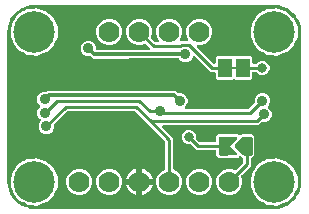
<source format=gbr>
G04 EAGLE Gerber RS-274X export*
G75*
%MOMM*%
%FSLAX34Y34*%
%LPD*%
%INBottom Copper*%
%IPPOS*%
%AMOC8*
5,1,8,0,0,1.08239X$1,22.5*%
G01*
%ADD10C,1.778000*%
%ADD11C,3.516000*%
%ADD12R,1.168400X1.600200*%
%ADD13R,0.635000X0.203200*%
%ADD14C,0.381000*%
%ADD15C,0.889000*%
%ADD16C,0.254000*%
%ADD17C,0.304800*%
%ADD18C,0.806400*%

G36*
X228622Y2543D02*
X228622Y2543D01*
X228700Y2545D01*
X232077Y2810D01*
X232145Y2824D01*
X232214Y2829D01*
X232370Y2869D01*
X238794Y4956D01*
X238901Y5006D01*
X239012Y5050D01*
X239063Y5083D01*
X239082Y5091D01*
X239097Y5104D01*
X239148Y5136D01*
X244612Y9107D01*
X244699Y9188D01*
X244746Y9227D01*
X244752Y9231D01*
X244753Y9233D01*
X244791Y9264D01*
X244829Y9310D01*
X244844Y9324D01*
X244855Y9341D01*
X244893Y9387D01*
X246586Y11717D01*
X246599Y11741D01*
X246616Y11761D01*
X246675Y11879D01*
X246739Y11996D01*
X246746Y12022D01*
X246758Y12046D01*
X246785Y12174D01*
X246799Y12185D01*
X246823Y12196D01*
X246925Y12281D01*
X247031Y12361D01*
X247048Y12382D01*
X247068Y12398D01*
X247171Y12522D01*
X248864Y14852D01*
X248921Y14956D01*
X248985Y15056D01*
X249007Y15113D01*
X249017Y15131D01*
X249022Y15151D01*
X249044Y15206D01*
X251131Y21630D01*
X251144Y21698D01*
X251167Y21764D01*
X251190Y21923D01*
X251455Y25300D01*
X251455Y25304D01*
X251456Y25307D01*
X251455Y25326D01*
X251459Y25400D01*
X251459Y152400D01*
X251457Y152422D01*
X251455Y152500D01*
X251190Y155877D01*
X251176Y155945D01*
X251171Y156014D01*
X251131Y156170D01*
X249044Y162594D01*
X248993Y162701D01*
X248950Y162812D01*
X248917Y162863D01*
X248909Y162882D01*
X248896Y162897D01*
X248864Y162948D01*
X247171Y165278D01*
X247153Y165297D01*
X247139Y165320D01*
X247044Y165413D01*
X246953Y165509D01*
X246931Y165524D01*
X246912Y165542D01*
X246798Y165608D01*
X246792Y165624D01*
X246789Y165651D01*
X246740Y165775D01*
X246697Y165900D01*
X246682Y165922D01*
X246672Y165947D01*
X246586Y166083D01*
X244893Y168413D01*
X244812Y168499D01*
X244736Y168591D01*
X244690Y168629D01*
X244676Y168644D01*
X244658Y168655D01*
X244612Y168693D01*
X239148Y172664D01*
X239044Y172721D01*
X238944Y172785D01*
X238887Y172807D01*
X238869Y172817D01*
X238849Y172822D01*
X238794Y172844D01*
X232370Y174931D01*
X232302Y174944D01*
X232236Y174967D01*
X232077Y174990D01*
X228700Y175255D01*
X228678Y175254D01*
X228600Y175259D01*
X25400Y175259D01*
X25378Y175257D01*
X25300Y175255D01*
X21923Y174990D01*
X21855Y174976D01*
X21786Y174971D01*
X21630Y174931D01*
X18892Y174041D01*
X18867Y174030D01*
X18841Y174024D01*
X18724Y173963D01*
X18604Y173906D01*
X18583Y173889D01*
X18560Y173877D01*
X18462Y173789D01*
X18445Y173788D01*
X18418Y173793D01*
X18286Y173785D01*
X18153Y173783D01*
X18128Y173775D01*
X18101Y173774D01*
X17945Y173734D01*
X15206Y172844D01*
X15099Y172794D01*
X14988Y172750D01*
X14937Y172717D01*
X14918Y172709D01*
X14903Y172696D01*
X14852Y172664D01*
X9388Y168693D01*
X9301Y168612D01*
X9209Y168536D01*
X9171Y168490D01*
X9156Y168476D01*
X9145Y168458D01*
X9107Y168412D01*
X5136Y162948D01*
X5079Y162844D01*
X5015Y162744D01*
X4993Y162687D01*
X4983Y162669D01*
X4978Y162649D01*
X4956Y162594D01*
X2869Y156170D01*
X2856Y156102D01*
X2833Y156036D01*
X2810Y155877D01*
X2545Y152500D01*
X2546Y152478D01*
X2541Y152400D01*
X2541Y25400D01*
X2543Y25378D01*
X2545Y25300D01*
X2810Y21923D01*
X2824Y21855D01*
X2829Y21786D01*
X2869Y21630D01*
X4956Y15206D01*
X5006Y15099D01*
X5050Y14988D01*
X5083Y14937D01*
X5091Y14918D01*
X5104Y14903D01*
X5136Y14852D01*
X9107Y9388D01*
X9127Y9366D01*
X9138Y9348D01*
X9184Y9305D01*
X9188Y9301D01*
X9264Y9209D01*
X9310Y9171D01*
X9324Y9156D01*
X9342Y9145D01*
X9388Y9107D01*
X14852Y5136D01*
X14956Y5079D01*
X15056Y5015D01*
X15113Y4993D01*
X15131Y4983D01*
X15151Y4978D01*
X15206Y4956D01*
X17945Y4066D01*
X17971Y4061D01*
X17996Y4051D01*
X18127Y4031D01*
X18257Y4006D01*
X18284Y4008D01*
X18310Y4004D01*
X18441Y4018D01*
X18455Y4008D01*
X18474Y3989D01*
X18585Y3917D01*
X18694Y3842D01*
X18719Y3832D01*
X18742Y3818D01*
X18892Y3759D01*
X21630Y2869D01*
X21698Y2856D01*
X21764Y2833D01*
X21923Y2810D01*
X25300Y2545D01*
X25322Y2546D01*
X25400Y2541D01*
X228600Y2541D01*
X228622Y2543D01*
G37*
%LPC*%
G36*
X137527Y14477D02*
X137527Y14477D01*
X133513Y16140D01*
X130440Y19213D01*
X128777Y23227D01*
X128777Y27573D01*
X130440Y31587D01*
X133513Y34660D01*
X135614Y35530D01*
X135639Y35545D01*
X135667Y35554D01*
X135777Y35623D01*
X135890Y35688D01*
X135911Y35708D01*
X135936Y35724D01*
X136025Y35819D01*
X136118Y35909D01*
X136134Y35934D01*
X136154Y35956D01*
X136217Y36069D01*
X136285Y36180D01*
X136293Y36208D01*
X136308Y36234D01*
X136340Y36360D01*
X136378Y36484D01*
X136380Y36513D01*
X136387Y36542D01*
X136397Y36703D01*
X136397Y59066D01*
X136385Y59164D01*
X136382Y59263D01*
X136365Y59322D01*
X136357Y59382D01*
X136321Y59474D01*
X136293Y59569D01*
X136263Y59621D01*
X136240Y59677D01*
X136182Y59757D01*
X136132Y59843D01*
X136066Y59918D01*
X136054Y59935D01*
X136044Y59943D01*
X136026Y59964D01*
X110764Y85226D01*
X110685Y85286D01*
X110613Y85354D01*
X110560Y85383D01*
X110512Y85420D01*
X110421Y85460D01*
X110335Y85508D01*
X110276Y85523D01*
X110221Y85547D01*
X110123Y85562D01*
X110027Y85587D01*
X109927Y85593D01*
X109906Y85597D01*
X109894Y85595D01*
X109866Y85597D01*
X53964Y85597D01*
X53866Y85585D01*
X53767Y85582D01*
X53708Y85565D01*
X53648Y85557D01*
X53556Y85521D01*
X53461Y85493D01*
X53409Y85463D01*
X53353Y85440D01*
X53273Y85382D01*
X53187Y85332D01*
X53112Y85266D01*
X53095Y85254D01*
X53087Y85244D01*
X53066Y85226D01*
X42409Y74569D01*
X42349Y74490D01*
X42281Y74418D01*
X42252Y74365D01*
X42215Y74317D01*
X42175Y74226D01*
X42127Y74140D01*
X42112Y74081D01*
X42088Y74026D01*
X42073Y73928D01*
X42048Y73832D01*
X42042Y73732D01*
X42038Y73711D01*
X42040Y73699D01*
X42038Y73671D01*
X42038Y71101D01*
X41052Y68721D01*
X39229Y66898D01*
X36849Y65912D01*
X34271Y65912D01*
X31891Y66898D01*
X30068Y68721D01*
X29082Y71101D01*
X29082Y73679D01*
X30068Y76059D01*
X30582Y76573D01*
X30655Y76667D01*
X30733Y76756D01*
X30752Y76792D01*
X30777Y76824D01*
X30824Y76933D01*
X30878Y77039D01*
X30887Y77078D01*
X30903Y77116D01*
X30922Y77233D01*
X30948Y77349D01*
X30946Y77390D01*
X30953Y77430D01*
X30942Y77548D01*
X30938Y77667D01*
X30927Y77706D01*
X30923Y77746D01*
X30883Y77858D01*
X30850Y77973D01*
X30829Y78008D01*
X30815Y78046D01*
X30748Y78144D01*
X30688Y78247D01*
X30648Y78292D01*
X30637Y78309D01*
X30621Y78322D01*
X30582Y78368D01*
X28798Y80151D01*
X27812Y82531D01*
X27812Y85109D01*
X28798Y87489D01*
X29947Y88637D01*
X30020Y88732D01*
X30098Y88821D01*
X30117Y88857D01*
X30142Y88889D01*
X30189Y88998D01*
X30243Y89104D01*
X30252Y89143D01*
X30268Y89181D01*
X30287Y89298D01*
X30313Y89414D01*
X30311Y89455D01*
X30318Y89495D01*
X30307Y89613D01*
X30303Y89732D01*
X30292Y89771D01*
X30288Y89811D01*
X30248Y89924D01*
X30215Y90038D01*
X30194Y90072D01*
X30180Y90111D01*
X30113Y90209D01*
X30053Y90312D01*
X30013Y90357D01*
X30002Y90374D01*
X29986Y90387D01*
X29947Y90432D01*
X28798Y91581D01*
X27812Y93961D01*
X27812Y96539D01*
X28798Y98919D01*
X30621Y100742D01*
X33001Y101728D01*
X35212Y101728D01*
X35310Y101740D01*
X35409Y101743D01*
X35467Y101760D01*
X35528Y101768D01*
X35620Y101804D01*
X35715Y101832D01*
X35767Y101862D01*
X35823Y101885D01*
X35903Y101943D01*
X35989Y101993D01*
X36064Y102059D01*
X36081Y102071D01*
X36088Y102081D01*
X36110Y102099D01*
X36373Y102363D01*
X145237Y102363D01*
X146770Y100829D01*
X146849Y100769D01*
X146921Y100701D01*
X146974Y100672D01*
X147022Y100635D01*
X147113Y100595D01*
X147199Y100547D01*
X147258Y100532D01*
X147314Y100508D01*
X147412Y100493D01*
X147507Y100468D01*
X147607Y100462D01*
X147628Y100458D01*
X147640Y100460D01*
X147668Y100458D01*
X149879Y100458D01*
X152259Y99472D01*
X154082Y97649D01*
X155068Y95269D01*
X155068Y92691D01*
X154082Y90311D01*
X153060Y89289D01*
X152976Y89180D01*
X152886Y89073D01*
X152878Y89054D01*
X152865Y89038D01*
X152810Y88911D01*
X152751Y88785D01*
X152747Y88765D01*
X152739Y88746D01*
X152717Y88608D01*
X152691Y88472D01*
X152692Y88452D01*
X152689Y88432D01*
X152702Y88293D01*
X152711Y88155D01*
X152717Y88136D01*
X152719Y88116D01*
X152766Y87984D01*
X152809Y87853D01*
X152820Y87835D01*
X152827Y87816D01*
X152905Y87701D01*
X152979Y87584D01*
X152994Y87570D01*
X153005Y87553D01*
X153109Y87461D01*
X153211Y87366D01*
X153229Y87356D01*
X153244Y87343D01*
X153367Y87280D01*
X153489Y87212D01*
X153509Y87207D01*
X153527Y87198D01*
X153663Y87168D01*
X153797Y87133D01*
X153825Y87131D01*
X153837Y87128D01*
X153858Y87129D01*
X153958Y87123D01*
X206386Y87123D01*
X206484Y87135D01*
X206583Y87138D01*
X206642Y87155D01*
X206702Y87163D01*
X206794Y87199D01*
X206889Y87227D01*
X206941Y87257D01*
X206997Y87280D01*
X207078Y87338D01*
X207163Y87388D01*
X207238Y87454D01*
X207255Y87466D01*
X207263Y87476D01*
X207284Y87494D01*
X211591Y91801D01*
X211651Y91880D01*
X211719Y91952D01*
X211748Y92005D01*
X211785Y92053D01*
X211825Y92144D01*
X211873Y92230D01*
X211888Y92289D01*
X211912Y92344D01*
X211927Y92442D01*
X211952Y92538D01*
X211958Y92638D01*
X211962Y92659D01*
X211960Y92671D01*
X211962Y92699D01*
X211962Y95269D01*
X212948Y97649D01*
X214771Y99472D01*
X217151Y100458D01*
X219729Y100458D01*
X222109Y99472D01*
X223932Y97649D01*
X224918Y95269D01*
X224918Y92691D01*
X223932Y90311D01*
X223418Y89798D01*
X223346Y89704D01*
X223267Y89614D01*
X223248Y89578D01*
X223223Y89546D01*
X223176Y89437D01*
X223122Y89331D01*
X223113Y89292D01*
X223097Y89254D01*
X223078Y89137D01*
X223052Y89021D01*
X223054Y88980D01*
X223047Y88940D01*
X223058Y88822D01*
X223062Y88703D01*
X223073Y88664D01*
X223077Y88624D01*
X223117Y88512D01*
X223150Y88397D01*
X223171Y88362D01*
X223185Y88324D01*
X223251Y88226D01*
X223312Y88123D01*
X223352Y88078D01*
X223363Y88061D01*
X223379Y88048D01*
X223418Y88003D01*
X225202Y86219D01*
X226188Y83839D01*
X226188Y81261D01*
X225202Y78881D01*
X223379Y77058D01*
X220999Y76072D01*
X218429Y76072D01*
X218331Y76060D01*
X218232Y76057D01*
X218173Y76040D01*
X218113Y76032D01*
X218021Y75996D01*
X217926Y75968D01*
X217874Y75938D01*
X217818Y75915D01*
X217738Y75857D01*
X217652Y75807D01*
X217577Y75741D01*
X217560Y75729D01*
X217552Y75719D01*
X217531Y75701D01*
X215363Y73532D01*
X134863Y73532D01*
X134725Y73515D01*
X134586Y73502D01*
X134567Y73495D01*
X134547Y73492D01*
X134418Y73441D01*
X134287Y73394D01*
X134270Y73383D01*
X134252Y73375D01*
X134139Y73294D01*
X134024Y73216D01*
X134011Y73200D01*
X133994Y73189D01*
X133906Y73081D01*
X133813Y72977D01*
X133804Y72959D01*
X133791Y72944D01*
X133732Y72818D01*
X133669Y72694D01*
X133664Y72674D01*
X133656Y72656D01*
X133630Y72520D01*
X133599Y72384D01*
X133600Y72363D01*
X133596Y72344D01*
X133605Y72205D01*
X133609Y72066D01*
X133615Y72046D01*
X133616Y72026D01*
X133659Y71894D01*
X133697Y71760D01*
X133708Y71743D01*
X133714Y71724D01*
X133788Y71606D01*
X133859Y71486D01*
X133877Y71465D01*
X133884Y71455D01*
X133899Y71441D01*
X133965Y71366D01*
X143003Y62328D01*
X143003Y36703D01*
X143006Y36673D01*
X143004Y36644D01*
X143026Y36516D01*
X143043Y36387D01*
X143053Y36360D01*
X143058Y36331D01*
X143112Y36212D01*
X143160Y36091D01*
X143177Y36068D01*
X143189Y36041D01*
X143270Y35939D01*
X143346Y35834D01*
X143369Y35815D01*
X143388Y35792D01*
X143491Y35714D01*
X143591Y35631D01*
X143618Y35619D01*
X143642Y35601D01*
X143786Y35530D01*
X145887Y34660D01*
X148960Y31587D01*
X150623Y27573D01*
X150623Y23227D01*
X148960Y19213D01*
X145887Y16140D01*
X141873Y14477D01*
X137527Y14477D01*
G37*
%LPD*%
%LPC*%
G36*
X180006Y111886D02*
X180006Y111886D01*
X178815Y113077D01*
X178815Y117348D01*
X178800Y117466D01*
X178793Y117585D01*
X178780Y117623D01*
X178775Y117664D01*
X178732Y117774D01*
X178695Y117887D01*
X178673Y117922D01*
X178658Y117959D01*
X178589Y118055D01*
X178525Y118156D01*
X178495Y118184D01*
X178472Y118217D01*
X178380Y118293D01*
X178293Y118374D01*
X178258Y118394D01*
X178227Y118419D01*
X178119Y118470D01*
X178015Y118528D01*
X177975Y118538D01*
X177939Y118555D01*
X177822Y118577D01*
X177707Y118607D01*
X177647Y118611D01*
X177627Y118615D01*
X177606Y118613D01*
X177546Y118617D01*
X174468Y118617D01*
X172161Y120924D01*
X161465Y131620D01*
X161426Y131651D01*
X161392Y131687D01*
X161300Y131748D01*
X161214Y131815D01*
X161168Y131835D01*
X161126Y131862D01*
X161023Y131898D01*
X160922Y131942D01*
X160873Y131949D01*
X160826Y131965D01*
X160716Y131974D01*
X160608Y131991D01*
X160558Y131987D01*
X160509Y131991D01*
X160401Y131972D01*
X160291Y131962D01*
X160244Y131945D01*
X160195Y131936D01*
X160095Y131891D01*
X159992Y131854D01*
X159951Y131826D01*
X159905Y131806D01*
X159819Y131737D01*
X159729Y131675D01*
X159696Y131638D01*
X159657Y131607D01*
X159591Y131519D01*
X159518Y131437D01*
X159495Y131393D01*
X159466Y131353D01*
X159395Y131208D01*
X158815Y129808D01*
X156992Y127985D01*
X154611Y126999D01*
X152034Y126999D01*
X149654Y127985D01*
X148091Y129549D01*
X148012Y129609D01*
X147940Y129677D01*
X147887Y129706D01*
X147839Y129743D01*
X147748Y129783D01*
X147662Y129831D01*
X147603Y129846D01*
X147547Y129870D01*
X147449Y129885D01*
X147354Y129910D01*
X147254Y129916D01*
X147233Y129920D01*
X147221Y129918D01*
X147193Y129920D01*
X105792Y129920D01*
X105694Y129908D01*
X105595Y129905D01*
X105536Y129888D01*
X105476Y129880D01*
X105384Y129844D01*
X105289Y129816D01*
X105250Y129793D01*
X74727Y129793D01*
X72940Y131581D01*
X72861Y131641D01*
X72789Y131709D01*
X72736Y131738D01*
X72688Y131775D01*
X72597Y131815D01*
X72511Y131863D01*
X72452Y131878D01*
X72396Y131902D01*
X72298Y131917D01*
X72203Y131942D01*
X72103Y131948D01*
X72082Y131952D01*
X72070Y131950D01*
X72042Y131952D01*
X69831Y131952D01*
X67451Y132938D01*
X65628Y134761D01*
X64642Y137141D01*
X64642Y139719D01*
X65628Y142099D01*
X67451Y143922D01*
X69831Y144908D01*
X72409Y144908D01*
X74789Y143922D01*
X76612Y142099D01*
X77598Y139719D01*
X77598Y138176D01*
X77613Y138058D01*
X77620Y137939D01*
X77633Y137901D01*
X77638Y137860D01*
X77681Y137750D01*
X77718Y137637D01*
X77740Y137602D01*
X77755Y137565D01*
X77824Y137469D01*
X77888Y137368D01*
X77918Y137340D01*
X77941Y137307D01*
X78033Y137231D01*
X78120Y137150D01*
X78155Y137130D01*
X78186Y137105D01*
X78294Y137054D01*
X78398Y136996D01*
X78438Y136986D01*
X78474Y136969D01*
X78591Y136947D01*
X78706Y136917D01*
X78766Y136913D01*
X78786Y136909D01*
X78807Y136911D01*
X78867Y136907D01*
X101667Y136907D01*
X101765Y136919D01*
X101864Y136922D01*
X101922Y136939D01*
X101982Y136947D01*
X102075Y136983D01*
X102170Y137011D01*
X102209Y137034D01*
X121931Y137034D01*
X122069Y137051D01*
X122208Y137064D01*
X122227Y137071D01*
X122247Y137074D01*
X122376Y137125D01*
X122507Y137172D01*
X122524Y137183D01*
X122542Y137191D01*
X122655Y137272D01*
X122770Y137350D01*
X122783Y137366D01*
X122800Y137377D01*
X122889Y137485D01*
X122981Y137589D01*
X122990Y137607D01*
X123003Y137622D01*
X123062Y137748D01*
X123125Y137872D01*
X123130Y137892D01*
X123138Y137910D01*
X123164Y138046D01*
X123195Y138182D01*
X123194Y138203D01*
X123198Y138222D01*
X123189Y138361D01*
X123185Y138500D01*
X123179Y138520D01*
X123178Y138540D01*
X123135Y138672D01*
X123097Y138806D01*
X123086Y138823D01*
X123080Y138842D01*
X123006Y138960D01*
X122935Y139080D01*
X122917Y139101D01*
X122910Y139111D01*
X122895Y139125D01*
X122829Y139200D01*
X119957Y142072D01*
X119933Y142091D01*
X119914Y142113D01*
X119808Y142188D01*
X119706Y142267D01*
X119678Y142279D01*
X119654Y142296D01*
X119533Y142342D01*
X119414Y142394D01*
X119385Y142398D01*
X119357Y142409D01*
X119228Y142423D01*
X119100Y142444D01*
X119070Y142441D01*
X119041Y142444D01*
X118912Y142426D01*
X118783Y142414D01*
X118755Y142404D01*
X118726Y142400D01*
X118574Y142348D01*
X116473Y141477D01*
X112127Y141477D01*
X108113Y143140D01*
X105040Y146213D01*
X103377Y150227D01*
X103377Y154573D01*
X105040Y158587D01*
X108113Y161660D01*
X112127Y163323D01*
X116473Y163323D01*
X120487Y161660D01*
X123560Y158587D01*
X125223Y154573D01*
X125223Y150227D01*
X124352Y148126D01*
X124345Y148098D01*
X124331Y148072D01*
X124303Y147944D01*
X124269Y147820D01*
X124268Y147790D01*
X124262Y147761D01*
X124266Y147632D01*
X124263Y147502D01*
X124270Y147473D01*
X124271Y147443D01*
X124307Y147319D01*
X124338Y147192D01*
X124351Y147166D01*
X124360Y147138D01*
X124426Y147026D01*
X124486Y146911D01*
X124506Y146889D01*
X124521Y146864D01*
X124628Y146743D01*
X127488Y143882D01*
X127567Y143822D01*
X127639Y143754D01*
X127692Y143725D01*
X127740Y143688D01*
X127831Y143648D01*
X127917Y143600D01*
X127976Y143585D01*
X128031Y143561D01*
X128129Y143546D01*
X128225Y143521D01*
X128325Y143515D01*
X128346Y143511D01*
X128358Y143513D01*
X128386Y143511D01*
X130078Y143511D01*
X130216Y143528D01*
X130354Y143541D01*
X130373Y143548D01*
X130394Y143551D01*
X130523Y143602D01*
X130654Y143649D01*
X130670Y143660D01*
X130689Y143668D01*
X130802Y143749D01*
X130917Y143827D01*
X130930Y143843D01*
X130947Y143854D01*
X131035Y143962D01*
X131127Y144066D01*
X131136Y144084D01*
X131149Y144099D01*
X131209Y144225D01*
X131272Y144349D01*
X131276Y144369D01*
X131285Y144387D01*
X131311Y144524D01*
X131341Y144659D01*
X131341Y144680D01*
X131345Y144699D01*
X131336Y144838D01*
X131332Y144977D01*
X131326Y144997D01*
X131325Y145017D01*
X131282Y145149D01*
X131243Y145283D01*
X131233Y145300D01*
X131227Y145319D01*
X131153Y145437D01*
X131082Y145557D01*
X131063Y145578D01*
X131057Y145588D01*
X131042Y145602D01*
X130975Y145677D01*
X130440Y146213D01*
X128777Y150227D01*
X128777Y154573D01*
X130440Y158587D01*
X133513Y161660D01*
X137527Y163323D01*
X141873Y163323D01*
X145887Y161660D01*
X148960Y158587D01*
X150623Y154573D01*
X150623Y150227D01*
X148988Y146282D01*
X148975Y146234D01*
X148954Y146189D01*
X148933Y146081D01*
X148904Y145975D01*
X148904Y145925D01*
X148894Y145876D01*
X148901Y145767D01*
X148899Y145657D01*
X148911Y145609D01*
X148914Y145559D01*
X148948Y145455D01*
X148974Y145348D01*
X148997Y145304D01*
X149012Y145257D01*
X149071Y145164D01*
X149122Y145067D01*
X149156Y145030D01*
X149182Y144988D01*
X149262Y144913D01*
X149336Y144831D01*
X149378Y144804D01*
X149414Y144770D01*
X149510Y144717D01*
X149602Y144657D01*
X149649Y144640D01*
X149692Y144616D01*
X149799Y144589D01*
X149903Y144553D01*
X149952Y144549D01*
X150000Y144537D01*
X150161Y144527D01*
X154639Y144527D01*
X154688Y144533D01*
X154738Y144531D01*
X154845Y144553D01*
X154955Y144567D01*
X155001Y144585D01*
X155049Y144595D01*
X155148Y144643D01*
X155250Y144684D01*
X155290Y144713D01*
X155335Y144735D01*
X155419Y144806D01*
X155508Y144870D01*
X155539Y144909D01*
X155577Y144941D01*
X155640Y145031D01*
X155710Y145115D01*
X155732Y145160D01*
X155760Y145201D01*
X155799Y145304D01*
X155846Y145403D01*
X155855Y145452D01*
X155873Y145498D01*
X155885Y145608D01*
X155906Y145715D01*
X155903Y145765D01*
X155908Y145814D01*
X155893Y145923D01*
X155886Y146033D01*
X155871Y146080D01*
X155864Y146129D01*
X155812Y146282D01*
X154177Y150227D01*
X154177Y154573D01*
X155840Y158587D01*
X158913Y161660D01*
X162927Y163323D01*
X167273Y163323D01*
X171287Y161660D01*
X174360Y158587D01*
X176023Y154573D01*
X176023Y150227D01*
X174360Y146213D01*
X171287Y143140D01*
X167273Y141477D01*
X164014Y141477D01*
X163876Y141460D01*
X163737Y141447D01*
X163718Y141440D01*
X163698Y141437D01*
X163569Y141386D01*
X163438Y141339D01*
X163421Y141328D01*
X163402Y141320D01*
X163290Y141239D01*
X163175Y141161D01*
X163161Y141145D01*
X163145Y141134D01*
X163056Y141026D01*
X162964Y140922D01*
X162955Y140904D01*
X162942Y140889D01*
X162883Y140763D01*
X162820Y140639D01*
X162815Y140619D01*
X162807Y140601D01*
X162781Y140465D01*
X162750Y140329D01*
X162751Y140308D01*
X162747Y140289D01*
X162756Y140150D01*
X162760Y140011D01*
X162765Y139991D01*
X162767Y139971D01*
X162809Y139839D01*
X162848Y139705D01*
X162858Y139688D01*
X162865Y139669D01*
X162939Y139551D01*
X163010Y139431D01*
X163028Y139410D01*
X163035Y139400D01*
X163050Y139386D01*
X163116Y139311D01*
X176649Y125778D01*
X176758Y125693D01*
X176865Y125604D01*
X176884Y125596D01*
X176900Y125583D01*
X177028Y125528D01*
X177153Y125469D01*
X177173Y125465D01*
X177192Y125457D01*
X177330Y125435D01*
X177466Y125409D01*
X177486Y125410D01*
X177506Y125407D01*
X177645Y125420D01*
X177783Y125429D01*
X177802Y125435D01*
X177822Y125437D01*
X177954Y125484D01*
X178085Y125527D01*
X178103Y125538D01*
X178122Y125544D01*
X178237Y125622D01*
X178354Y125697D01*
X178368Y125712D01*
X178385Y125723D01*
X178477Y125827D01*
X178572Y125928D01*
X178582Y125946D01*
X178595Y125961D01*
X178659Y126085D01*
X178726Y126207D01*
X178731Y126227D01*
X178740Y126245D01*
X178770Y126380D01*
X178805Y126515D01*
X178807Y126543D01*
X178810Y126555D01*
X178809Y126575D01*
X178815Y126676D01*
X178815Y130763D01*
X180006Y131954D01*
X193374Y131954D01*
X193412Y131915D01*
X193507Y131842D01*
X193596Y131763D01*
X193632Y131745D01*
X193664Y131720D01*
X193773Y131673D01*
X193879Y131619D01*
X193919Y131610D01*
X193956Y131594D01*
X194073Y131575D01*
X194189Y131549D01*
X194230Y131550D01*
X194270Y131544D01*
X194388Y131555D01*
X194507Y131559D01*
X194546Y131570D01*
X194586Y131574D01*
X194699Y131614D01*
X194813Y131647D01*
X194847Y131668D01*
X194886Y131681D01*
X194984Y131748D01*
X195087Y131809D01*
X195132Y131849D01*
X195149Y131860D01*
X195162Y131875D01*
X195207Y131915D01*
X195246Y131954D01*
X208614Y131954D01*
X209805Y130763D01*
X209805Y126492D01*
X209820Y126374D01*
X209827Y126255D01*
X209840Y126217D01*
X209845Y126176D01*
X209888Y126066D01*
X209925Y125953D01*
X209947Y125918D01*
X209962Y125881D01*
X210031Y125785D01*
X210095Y125684D01*
X210125Y125656D01*
X210148Y125623D01*
X210240Y125547D01*
X210327Y125466D01*
X210362Y125446D01*
X210393Y125421D01*
X210501Y125370D01*
X210605Y125312D01*
X210645Y125302D01*
X210681Y125285D01*
X210798Y125263D01*
X210913Y125233D01*
X210973Y125229D01*
X210993Y125225D01*
X211014Y125227D01*
X211074Y125223D01*
X212640Y125223D01*
X212738Y125235D01*
X212837Y125238D01*
X212896Y125255D01*
X212956Y125263D01*
X213048Y125299D01*
X213143Y125327D01*
X213195Y125357D01*
X213251Y125380D01*
X213331Y125438D01*
X213417Y125488D01*
X213492Y125554D01*
X213509Y125566D01*
X213516Y125576D01*
X213538Y125594D01*
X215005Y127061D01*
X217234Y127985D01*
X219646Y127985D01*
X221875Y127061D01*
X223581Y125355D01*
X224505Y123126D01*
X224505Y120714D01*
X223581Y118485D01*
X221875Y116779D01*
X219646Y115855D01*
X217234Y115855D01*
X215005Y116779D01*
X213538Y118246D01*
X213459Y118306D01*
X213387Y118374D01*
X213334Y118403D01*
X213286Y118440D01*
X213195Y118480D01*
X213109Y118528D01*
X213050Y118543D01*
X212995Y118567D01*
X212897Y118582D01*
X212801Y118607D01*
X212701Y118613D01*
X212680Y118617D01*
X212668Y118615D01*
X212640Y118617D01*
X211074Y118617D01*
X210956Y118602D01*
X210837Y118595D01*
X210799Y118582D01*
X210758Y118577D01*
X210648Y118534D01*
X210535Y118497D01*
X210500Y118475D01*
X210463Y118460D01*
X210367Y118391D01*
X210266Y118327D01*
X210238Y118297D01*
X210205Y118274D01*
X210129Y118182D01*
X210048Y118095D01*
X210028Y118060D01*
X210003Y118029D01*
X209952Y117921D01*
X209894Y117817D01*
X209884Y117777D01*
X209867Y117741D01*
X209845Y117624D01*
X209815Y117509D01*
X209811Y117449D01*
X209807Y117429D01*
X209809Y117408D01*
X209805Y117348D01*
X209805Y113077D01*
X208614Y111886D01*
X195246Y111886D01*
X195207Y111925D01*
X195113Y111998D01*
X195024Y112077D01*
X194988Y112095D01*
X194956Y112120D01*
X194847Y112167D01*
X194741Y112221D01*
X194701Y112230D01*
X194664Y112246D01*
X194547Y112265D01*
X194431Y112291D01*
X194390Y112290D01*
X194350Y112296D01*
X194231Y112285D01*
X194113Y112281D01*
X194074Y112270D01*
X194034Y112266D01*
X193922Y112226D01*
X193807Y112193D01*
X193772Y112172D01*
X193734Y112159D01*
X193636Y112092D01*
X193533Y112031D01*
X193488Y111991D01*
X193471Y111980D01*
X193458Y111965D01*
X193412Y111925D01*
X193374Y111886D01*
X180006Y111886D01*
G37*
%LPD*%
%LPC*%
G36*
X188327Y14477D02*
X188327Y14477D01*
X184313Y16140D01*
X181240Y19213D01*
X179577Y23227D01*
X179577Y27573D01*
X181240Y31587D01*
X184313Y34660D01*
X188327Y36323D01*
X192673Y36323D01*
X194774Y35452D01*
X194802Y35445D01*
X194828Y35431D01*
X194955Y35403D01*
X195080Y35369D01*
X195110Y35368D01*
X195139Y35362D01*
X195268Y35366D01*
X195398Y35363D01*
X195427Y35370D01*
X195457Y35371D01*
X195581Y35407D01*
X195708Y35438D01*
X195734Y35451D01*
X195762Y35460D01*
X195874Y35525D01*
X195989Y35586D01*
X196011Y35606D01*
X196036Y35621D01*
X196157Y35728D01*
X202066Y41636D01*
X202126Y41715D01*
X202194Y41787D01*
X202223Y41840D01*
X202260Y41888D01*
X202300Y41979D01*
X202348Y42065D01*
X202363Y42124D01*
X202387Y42179D01*
X202402Y42277D01*
X202427Y42373D01*
X202433Y42473D01*
X202437Y42494D01*
X202435Y42506D01*
X202437Y42534D01*
X202437Y44696D01*
X202422Y44814D01*
X202415Y44933D01*
X202402Y44971D01*
X202397Y45012D01*
X202354Y45122D01*
X202317Y45235D01*
X202295Y45270D01*
X202280Y45307D01*
X202211Y45403D01*
X202147Y45504D01*
X202117Y45532D01*
X202094Y45565D01*
X202002Y45641D01*
X201915Y45722D01*
X201880Y45742D01*
X201849Y45767D01*
X201741Y45818D01*
X201637Y45876D01*
X201617Y45881D01*
X200474Y47024D01*
X200389Y47089D01*
X200310Y47162D01*
X200264Y47187D01*
X200222Y47219D01*
X200124Y47261D01*
X200030Y47312D01*
X199979Y47324D01*
X199931Y47345D01*
X199825Y47362D01*
X199721Y47387D01*
X199668Y47387D01*
X199617Y47395D01*
X199510Y47385D01*
X199403Y47384D01*
X199352Y47370D01*
X199300Y47365D01*
X199199Y47329D01*
X199096Y47301D01*
X199050Y47275D01*
X199001Y47257D01*
X198912Y47197D01*
X198819Y47145D01*
X198756Y47091D01*
X198737Y47079D01*
X198727Y47067D01*
X198696Y47041D01*
X198494Y46847D01*
X198490Y46841D01*
X198477Y46830D01*
X197589Y45941D01*
X196333Y45965D01*
X196326Y45964D01*
X196309Y45965D01*
X181387Y45965D01*
X179601Y47751D01*
X179601Y47984D01*
X179589Y48082D01*
X179586Y48181D01*
X179577Y48211D01*
X179577Y51308D01*
X179562Y51426D01*
X179555Y51545D01*
X179542Y51583D01*
X179537Y51624D01*
X179494Y51734D01*
X179457Y51847D01*
X179435Y51882D01*
X179420Y51919D01*
X179351Y52015D01*
X179287Y52116D01*
X179257Y52144D01*
X179234Y52177D01*
X179142Y52253D01*
X179055Y52334D01*
X179020Y52354D01*
X178989Y52379D01*
X178881Y52430D01*
X178777Y52488D01*
X178737Y52498D01*
X178701Y52515D01*
X178584Y52537D01*
X178469Y52567D01*
X178409Y52571D01*
X178389Y52575D01*
X178368Y52573D01*
X178308Y52577D01*
X162462Y52577D01*
X157976Y57064D01*
X157897Y57124D01*
X157825Y57192D01*
X157772Y57221D01*
X157724Y57258D01*
X157633Y57298D01*
X157547Y57346D01*
X157488Y57361D01*
X157433Y57385D01*
X157335Y57400D01*
X157239Y57425D01*
X157139Y57431D01*
X157118Y57435D01*
X157106Y57433D01*
X157078Y57435D01*
X155004Y57435D01*
X152775Y58359D01*
X151069Y60065D01*
X150145Y62294D01*
X150145Y64706D01*
X151069Y66935D01*
X152775Y68641D01*
X155004Y69565D01*
X157416Y69565D01*
X159645Y68641D01*
X161351Y66935D01*
X162275Y64706D01*
X162275Y62632D01*
X162287Y62534D01*
X162290Y62435D01*
X162307Y62376D01*
X162315Y62316D01*
X162351Y62224D01*
X162379Y62129D01*
X162409Y62077D01*
X162432Y62021D01*
X162490Y61941D01*
X162540Y61855D01*
X162606Y61780D01*
X162618Y61763D01*
X162628Y61755D01*
X162646Y61734D01*
X164826Y59554D01*
X164905Y59494D01*
X164977Y59426D01*
X165030Y59397D01*
X165078Y59360D01*
X165169Y59320D01*
X165255Y59272D01*
X165314Y59257D01*
X165369Y59233D01*
X165467Y59218D01*
X165563Y59193D01*
X165663Y59187D01*
X165684Y59183D01*
X165696Y59185D01*
X165724Y59183D01*
X178308Y59183D01*
X178426Y59198D01*
X178545Y59205D01*
X178583Y59218D01*
X178624Y59223D01*
X178734Y59266D01*
X178847Y59303D01*
X178882Y59325D01*
X178919Y59340D01*
X179015Y59409D01*
X179116Y59473D01*
X179144Y59503D01*
X179177Y59526D01*
X179253Y59618D01*
X179334Y59705D01*
X179354Y59740D01*
X179379Y59771D01*
X179430Y59879D01*
X179488Y59983D01*
X179498Y60023D01*
X179515Y60059D01*
X179537Y60176D01*
X179567Y60291D01*
X179571Y60351D01*
X179575Y60371D01*
X179573Y60392D01*
X179577Y60452D01*
X179577Y63562D01*
X179591Y63615D01*
X179597Y63715D01*
X179601Y63736D01*
X179599Y63748D01*
X179601Y63776D01*
X179601Y64009D01*
X181387Y65795D01*
X196309Y65795D01*
X196317Y65796D01*
X196333Y65795D01*
X197589Y65819D01*
X198420Y64988D01*
X198532Y64901D01*
X198643Y64810D01*
X198658Y64803D01*
X198671Y64793D01*
X198802Y64736D01*
X198932Y64676D01*
X198948Y64673D01*
X198963Y64666D01*
X199104Y64644D01*
X199244Y64618D01*
X199261Y64619D01*
X199277Y64617D01*
X199419Y64630D01*
X199562Y64640D01*
X199577Y64645D01*
X199594Y64646D01*
X199728Y64695D01*
X199864Y64740D01*
X199877Y64748D01*
X199893Y64754D01*
X200011Y64834D01*
X200131Y64911D01*
X200148Y64927D01*
X200156Y64933D01*
X200168Y64947D01*
X200248Y65022D01*
X200964Y65795D01*
X202213Y65795D01*
X202227Y65797D01*
X202261Y65796D01*
X203642Y65848D01*
X203681Y65833D01*
X203755Y65824D01*
X203828Y65805D01*
X203989Y65795D01*
X209773Y65795D01*
X211559Y64009D01*
X211559Y63776D01*
X211571Y63678D01*
X211574Y63579D01*
X211583Y63549D01*
X211583Y48198D01*
X211569Y48145D01*
X211563Y48045D01*
X211559Y48024D01*
X211561Y48012D01*
X211559Y47984D01*
X211559Y47751D01*
X209414Y45607D01*
X209354Y45529D01*
X209286Y45457D01*
X209257Y45404D01*
X209220Y45356D01*
X209180Y45265D01*
X209132Y45178D01*
X209117Y45119D01*
X209093Y45064D01*
X209078Y44966D01*
X209053Y44870D01*
X209047Y44770D01*
X209043Y44750D01*
X209045Y44737D01*
X209043Y44709D01*
X209043Y39272D01*
X200828Y31057D01*
X200809Y31033D01*
X200787Y31014D01*
X200712Y30908D01*
X200633Y30806D01*
X200621Y30778D01*
X200604Y30754D01*
X200558Y30633D01*
X200506Y30514D01*
X200502Y30485D01*
X200491Y30457D01*
X200477Y30328D01*
X200456Y30200D01*
X200459Y30170D01*
X200456Y30141D01*
X200474Y30012D01*
X200486Y29883D01*
X200496Y29855D01*
X200500Y29826D01*
X200552Y29674D01*
X201423Y27573D01*
X201423Y23227D01*
X199760Y19213D01*
X196687Y16140D01*
X192673Y14477D01*
X188327Y14477D01*
G37*
%LPD*%
%LPC*%
G36*
X226876Y5780D02*
X226876Y5780D01*
X226858Y5780D01*
X226743Y5787D01*
X224699Y5787D01*
X224151Y6014D01*
X224052Y6041D01*
X223957Y6077D01*
X223865Y6092D01*
X223844Y6098D01*
X223831Y6098D01*
X223798Y6104D01*
X222379Y6253D01*
X219415Y7964D01*
X219413Y7965D01*
X219410Y7967D01*
X219266Y8038D01*
X217490Y8773D01*
X216893Y9370D01*
X216826Y9422D01*
X216765Y9483D01*
X216651Y9558D01*
X216642Y9565D01*
X216638Y9567D01*
X216631Y9572D01*
X215129Y10439D01*
X213339Y12903D01*
X213326Y12917D01*
X213316Y12933D01*
X213209Y13054D01*
X211973Y14290D01*
X211557Y15296D01*
X211522Y15356D01*
X211497Y15420D01*
X211411Y15556D01*
X210208Y17211D01*
X209647Y19849D01*
X209636Y19883D01*
X209631Y19919D01*
X209579Y20071D01*
X208987Y21499D01*
X208987Y22822D01*
X208981Y22874D01*
X208983Y22926D01*
X208960Y23086D01*
X208468Y25400D01*
X208960Y27714D01*
X208964Y27767D01*
X208977Y27817D01*
X208987Y27978D01*
X208987Y29301D01*
X209579Y30729D01*
X209588Y30763D01*
X209604Y30795D01*
X209647Y30951D01*
X210208Y33589D01*
X211411Y35244D01*
X211444Y35305D01*
X211486Y35360D01*
X211557Y35504D01*
X211973Y36510D01*
X213209Y37746D01*
X213221Y37761D01*
X213236Y37773D01*
X213339Y37897D01*
X215129Y40361D01*
X216631Y41228D01*
X216699Y41280D01*
X216773Y41324D01*
X216875Y41414D01*
X216884Y41421D01*
X216887Y41424D01*
X216893Y41430D01*
X217490Y42027D01*
X219266Y42762D01*
X219268Y42764D01*
X219271Y42764D01*
X219415Y42836D01*
X222379Y44547D01*
X223798Y44696D01*
X223898Y44720D01*
X223999Y44734D01*
X224087Y44764D01*
X224108Y44769D01*
X224120Y44775D01*
X224151Y44786D01*
X224699Y45013D01*
X226743Y45013D01*
X226760Y45015D01*
X226876Y45020D01*
X230704Y45422D01*
X231773Y45075D01*
X231890Y45053D01*
X232005Y45023D01*
X232065Y45019D01*
X232085Y45015D01*
X232106Y45017D01*
X232165Y45013D01*
X232501Y45013D01*
X234409Y44223D01*
X234430Y44217D01*
X234503Y44188D01*
X238666Y42835D01*
X239278Y42285D01*
X239389Y42207D01*
X239497Y42126D01*
X239527Y42111D01*
X239539Y42103D01*
X239559Y42096D01*
X239641Y42055D01*
X239710Y42027D01*
X241005Y40732D01*
X241019Y40721D01*
X241053Y40686D01*
X244887Y37234D01*
X245100Y36756D01*
X245179Y36626D01*
X245450Y35971D01*
X245455Y35963D01*
X245463Y35941D01*
X248292Y29586D01*
X248292Y21214D01*
X245463Y14859D01*
X245460Y14849D01*
X245450Y14829D01*
X245194Y14211D01*
X245175Y14187D01*
X245170Y14178D01*
X245168Y14175D01*
X245163Y14165D01*
X245100Y14044D01*
X244985Y13785D01*
X244977Y13759D01*
X244964Y13736D01*
X244931Y13607D01*
X244914Y13552D01*
X244880Y13536D01*
X244860Y13519D01*
X244836Y13507D01*
X244710Y13407D01*
X241053Y10114D01*
X241041Y10100D01*
X241005Y10068D01*
X239710Y8773D01*
X239641Y8745D01*
X239524Y8678D01*
X239404Y8615D01*
X239377Y8594D01*
X239365Y8587D01*
X239350Y8572D01*
X239278Y8515D01*
X238666Y7965D01*
X234502Y6612D01*
X234483Y6603D01*
X234409Y6577D01*
X232501Y5787D01*
X232165Y5787D01*
X232047Y5772D01*
X231929Y5765D01*
X231870Y5750D01*
X231850Y5747D01*
X231831Y5740D01*
X231773Y5725D01*
X230704Y5378D01*
X226876Y5780D01*
G37*
%LPD*%
%LPC*%
G36*
X226876Y132780D02*
X226876Y132780D01*
X226858Y132780D01*
X226743Y132787D01*
X224699Y132787D01*
X224151Y133014D01*
X224052Y133041D01*
X223957Y133077D01*
X223865Y133092D01*
X223844Y133098D01*
X223831Y133098D01*
X223798Y133104D01*
X222379Y133253D01*
X219415Y134964D01*
X219413Y134965D01*
X219410Y134967D01*
X219266Y135038D01*
X217490Y135773D01*
X216893Y136370D01*
X216826Y136422D01*
X216765Y136483D01*
X216651Y136558D01*
X216642Y136565D01*
X216638Y136567D01*
X216631Y136572D01*
X215129Y137439D01*
X213339Y139903D01*
X213326Y139917D01*
X213316Y139933D01*
X213209Y140054D01*
X211973Y141290D01*
X211557Y142296D01*
X211522Y142356D01*
X211497Y142420D01*
X211411Y142556D01*
X210208Y144211D01*
X209647Y146849D01*
X209636Y146883D01*
X209631Y146919D01*
X209579Y147071D01*
X208987Y148499D01*
X208987Y149822D01*
X208981Y149874D01*
X208983Y149926D01*
X208960Y150086D01*
X208468Y152400D01*
X208960Y154714D01*
X208964Y154767D01*
X208977Y154817D01*
X208987Y154978D01*
X208987Y156301D01*
X209579Y157729D01*
X209588Y157763D01*
X209604Y157795D01*
X209647Y157951D01*
X210208Y160589D01*
X211411Y162244D01*
X211444Y162305D01*
X211486Y162360D01*
X211557Y162504D01*
X211973Y163510D01*
X213209Y164746D01*
X213221Y164761D01*
X213236Y164773D01*
X213339Y164897D01*
X215129Y167361D01*
X216631Y168228D01*
X216699Y168280D01*
X216773Y168324D01*
X216875Y168414D01*
X216884Y168421D01*
X216887Y168424D01*
X216893Y168430D01*
X217490Y169027D01*
X219266Y169762D01*
X219268Y169764D01*
X219271Y169764D01*
X219415Y169836D01*
X222379Y171547D01*
X223798Y171696D01*
X223898Y171720D01*
X223999Y171734D01*
X224087Y171764D01*
X224108Y171769D01*
X224120Y171775D01*
X224151Y171786D01*
X224699Y172013D01*
X226743Y172013D01*
X226760Y172015D01*
X226876Y172020D01*
X230704Y172422D01*
X231773Y172075D01*
X231890Y172053D01*
X232005Y172023D01*
X232065Y172019D01*
X232085Y172015D01*
X232106Y172017D01*
X232165Y172013D01*
X232501Y172013D01*
X234409Y171223D01*
X234430Y171217D01*
X234503Y171188D01*
X238666Y169835D01*
X239278Y169285D01*
X239389Y169207D01*
X239497Y169126D01*
X239527Y169111D01*
X239539Y169103D01*
X239559Y169096D01*
X239641Y169055D01*
X239710Y169027D01*
X241005Y167732D01*
X241019Y167721D01*
X241053Y167686D01*
X244710Y164393D01*
X244732Y164378D01*
X244750Y164359D01*
X244862Y164287D01*
X244910Y164254D01*
X244914Y164217D01*
X244924Y164192D01*
X244929Y164166D01*
X244985Y164015D01*
X245100Y163756D01*
X245179Y163626D01*
X245450Y162971D01*
X245455Y162963D01*
X245463Y162941D01*
X248292Y156586D01*
X248292Y148214D01*
X245463Y141859D01*
X245460Y141849D01*
X245450Y141829D01*
X245194Y141211D01*
X245175Y141187D01*
X245170Y141179D01*
X245168Y141175D01*
X245163Y141164D01*
X245100Y141044D01*
X244887Y140566D01*
X241053Y137114D01*
X241041Y137100D01*
X241005Y137068D01*
X239710Y135773D01*
X239641Y135745D01*
X239524Y135678D01*
X239404Y135615D01*
X239377Y135594D01*
X239365Y135587D01*
X239350Y135572D01*
X239278Y135515D01*
X238666Y134965D01*
X234502Y133612D01*
X234483Y133603D01*
X234409Y133577D01*
X232501Y132787D01*
X232165Y132787D01*
X232047Y132772D01*
X231929Y132765D01*
X231870Y132750D01*
X231850Y132747D01*
X231831Y132740D01*
X231773Y132725D01*
X230704Y132378D01*
X226876Y132780D01*
G37*
%LPD*%
%LPC*%
G36*
X23676Y5780D02*
X23676Y5780D01*
X23658Y5780D01*
X23543Y5787D01*
X21499Y5787D01*
X20951Y6014D01*
X20852Y6041D01*
X20757Y6077D01*
X20665Y6092D01*
X20644Y6098D01*
X20631Y6098D01*
X20598Y6104D01*
X19416Y6228D01*
X19390Y6227D01*
X19364Y6232D01*
X19231Y6224D01*
X19173Y6223D01*
X19147Y6250D01*
X19125Y6265D01*
X19106Y6283D01*
X18972Y6372D01*
X16215Y7964D01*
X16213Y7965D01*
X16210Y7967D01*
X16066Y8038D01*
X14290Y8773D01*
X13693Y9370D01*
X13626Y9422D01*
X13565Y9483D01*
X13451Y9558D01*
X13442Y9565D01*
X13438Y9567D01*
X13431Y9572D01*
X11929Y10439D01*
X10139Y12903D01*
X10126Y12917D01*
X10116Y12933D01*
X10009Y13054D01*
X8773Y14290D01*
X8357Y15296D01*
X8322Y15356D01*
X8297Y15420D01*
X8211Y15556D01*
X7008Y17211D01*
X6447Y19849D01*
X6436Y19883D01*
X6431Y19919D01*
X6379Y20071D01*
X5787Y21499D01*
X5787Y22822D01*
X5781Y22874D01*
X5783Y22926D01*
X5760Y23086D01*
X5268Y25400D01*
X5760Y27714D01*
X5764Y27767D01*
X5777Y27817D01*
X5787Y27978D01*
X5787Y29301D01*
X6379Y30729D01*
X6388Y30763D01*
X6404Y30795D01*
X6447Y30951D01*
X7008Y33589D01*
X8211Y35244D01*
X8244Y35305D01*
X8286Y35360D01*
X8357Y35504D01*
X8773Y36510D01*
X10009Y37746D01*
X10021Y37761D01*
X10036Y37773D01*
X10139Y37897D01*
X11929Y40361D01*
X13431Y41228D01*
X13499Y41280D01*
X13573Y41324D01*
X13675Y41414D01*
X13684Y41421D01*
X13687Y41424D01*
X13693Y41430D01*
X14290Y42027D01*
X16066Y42762D01*
X16068Y42764D01*
X16071Y42764D01*
X16215Y42836D01*
X19179Y44547D01*
X20598Y44696D01*
X20698Y44720D01*
X20799Y44734D01*
X20887Y44764D01*
X20908Y44769D01*
X20920Y44775D01*
X20951Y44786D01*
X21499Y45013D01*
X23543Y45013D01*
X23560Y45015D01*
X23676Y45020D01*
X27504Y45422D01*
X28573Y45075D01*
X28690Y45053D01*
X28805Y45023D01*
X28865Y45019D01*
X28885Y45015D01*
X28906Y45017D01*
X28965Y45013D01*
X29301Y45013D01*
X31209Y44223D01*
X31230Y44217D01*
X31303Y44188D01*
X35466Y42835D01*
X36078Y42285D01*
X36189Y42207D01*
X36297Y42126D01*
X36327Y42111D01*
X36339Y42103D01*
X36359Y42096D01*
X36441Y42055D01*
X36510Y42027D01*
X37805Y40732D01*
X37819Y40721D01*
X37853Y40686D01*
X41687Y37234D01*
X41900Y36756D01*
X41979Y36626D01*
X42250Y35971D01*
X42255Y35963D01*
X42263Y35941D01*
X45092Y29586D01*
X45092Y21214D01*
X42263Y14859D01*
X42260Y14849D01*
X42250Y14829D01*
X41994Y14211D01*
X41975Y14187D01*
X41970Y14179D01*
X41968Y14175D01*
X41963Y14164D01*
X41900Y14044D01*
X41687Y13566D01*
X37853Y10114D01*
X37841Y10100D01*
X37805Y10068D01*
X36510Y8773D01*
X36441Y8745D01*
X36324Y8678D01*
X36204Y8615D01*
X36177Y8594D01*
X36165Y8587D01*
X36150Y8572D01*
X36078Y8515D01*
X35466Y7965D01*
X31302Y6612D01*
X31283Y6603D01*
X31209Y6577D01*
X29301Y5787D01*
X28965Y5787D01*
X28847Y5772D01*
X28729Y5765D01*
X28670Y5750D01*
X28650Y5747D01*
X28631Y5740D01*
X28573Y5725D01*
X27504Y5378D01*
X23676Y5780D01*
G37*
%LPD*%
%LPC*%
G36*
X23676Y132780D02*
X23676Y132780D01*
X23658Y132780D01*
X23543Y132787D01*
X21499Y132787D01*
X20951Y133014D01*
X20852Y133041D01*
X20757Y133077D01*
X20665Y133092D01*
X20644Y133098D01*
X20631Y133098D01*
X20598Y133104D01*
X19179Y133253D01*
X16215Y134964D01*
X16213Y134965D01*
X16210Y134967D01*
X16066Y135038D01*
X14290Y135773D01*
X13693Y136370D01*
X13626Y136422D01*
X13565Y136483D01*
X13451Y136558D01*
X13442Y136565D01*
X13438Y136567D01*
X13431Y136572D01*
X11929Y137439D01*
X10139Y139903D01*
X10126Y139917D01*
X10116Y139933D01*
X10009Y140054D01*
X8773Y141290D01*
X8357Y142296D01*
X8322Y142356D01*
X8297Y142420D01*
X8211Y142556D01*
X7008Y144211D01*
X6447Y146849D01*
X6436Y146883D01*
X6431Y146919D01*
X6379Y147071D01*
X5787Y148499D01*
X5787Y149822D01*
X5781Y149874D01*
X5783Y149926D01*
X5760Y150086D01*
X5268Y152400D01*
X5760Y154714D01*
X5764Y154767D01*
X5777Y154817D01*
X5787Y154978D01*
X5787Y156301D01*
X6379Y157729D01*
X6388Y157763D01*
X6404Y157795D01*
X6447Y157951D01*
X7008Y160589D01*
X8211Y162244D01*
X8244Y162305D01*
X8286Y162360D01*
X8357Y162504D01*
X8773Y163510D01*
X10009Y164746D01*
X10021Y164761D01*
X10036Y164773D01*
X10139Y164897D01*
X11929Y167361D01*
X13431Y168228D01*
X13499Y168280D01*
X13573Y168324D01*
X13675Y168414D01*
X13684Y168421D01*
X13687Y168424D01*
X13693Y168430D01*
X14290Y169027D01*
X16066Y169762D01*
X16068Y169764D01*
X16071Y169764D01*
X16215Y169836D01*
X18972Y171428D01*
X18993Y171444D01*
X19017Y171455D01*
X19119Y171540D01*
X19166Y171575D01*
X19203Y171568D01*
X19229Y171569D01*
X19256Y171565D01*
X19416Y171572D01*
X20598Y171696D01*
X20698Y171720D01*
X20799Y171734D01*
X20887Y171764D01*
X20908Y171769D01*
X20920Y171775D01*
X20951Y171786D01*
X21499Y172013D01*
X23543Y172013D01*
X23560Y172015D01*
X23676Y172020D01*
X27504Y172422D01*
X28573Y172075D01*
X28690Y172053D01*
X28805Y172023D01*
X28865Y172019D01*
X28885Y172015D01*
X28906Y172017D01*
X28965Y172013D01*
X29301Y172013D01*
X31209Y171222D01*
X31230Y171217D01*
X31303Y171188D01*
X35466Y169835D01*
X36078Y169285D01*
X36189Y169207D01*
X36297Y169126D01*
X36327Y169111D01*
X36339Y169103D01*
X36359Y169096D01*
X36441Y169055D01*
X36510Y169027D01*
X37805Y167732D01*
X37819Y167721D01*
X37853Y167686D01*
X41687Y164234D01*
X41900Y163756D01*
X41979Y163626D01*
X42250Y162971D01*
X42255Y162962D01*
X42263Y162941D01*
X45092Y156586D01*
X45092Y148214D01*
X42263Y141859D01*
X42260Y141849D01*
X42250Y141829D01*
X41994Y141211D01*
X41975Y141187D01*
X41970Y141179D01*
X41968Y141175D01*
X41963Y141164D01*
X41900Y141044D01*
X41687Y140566D01*
X37853Y137114D01*
X37841Y137100D01*
X37805Y137068D01*
X36510Y135773D01*
X36441Y135745D01*
X36324Y135678D01*
X36204Y135615D01*
X36177Y135594D01*
X36165Y135587D01*
X36150Y135572D01*
X36078Y135515D01*
X35466Y134965D01*
X31302Y133612D01*
X31283Y133603D01*
X31209Y133577D01*
X29301Y132787D01*
X28965Y132787D01*
X28847Y132772D01*
X28729Y132765D01*
X28670Y132750D01*
X28650Y132747D01*
X28631Y132740D01*
X28573Y132725D01*
X27504Y132378D01*
X23676Y132780D01*
G37*
%LPD*%
%LPC*%
G36*
X86727Y141477D02*
X86727Y141477D01*
X82713Y143140D01*
X79640Y146213D01*
X77977Y150227D01*
X77977Y154573D01*
X79640Y158587D01*
X82713Y161660D01*
X86727Y163323D01*
X91073Y163323D01*
X95087Y161660D01*
X98160Y158587D01*
X99823Y154573D01*
X99823Y150227D01*
X98160Y146213D01*
X95087Y143140D01*
X91073Y141477D01*
X86727Y141477D01*
G37*
%LPD*%
%LPC*%
G36*
X162927Y14477D02*
X162927Y14477D01*
X158913Y16140D01*
X155840Y19213D01*
X154177Y23227D01*
X154177Y27573D01*
X155840Y31587D01*
X158913Y34660D01*
X162927Y36323D01*
X167273Y36323D01*
X171287Y34660D01*
X174360Y31587D01*
X176023Y27573D01*
X176023Y23227D01*
X174360Y19213D01*
X171287Y16140D01*
X167273Y14477D01*
X162927Y14477D01*
G37*
%LPD*%
%LPC*%
G36*
X86727Y14477D02*
X86727Y14477D01*
X82713Y16140D01*
X79640Y19213D01*
X77977Y23227D01*
X77977Y27573D01*
X79640Y31587D01*
X82713Y34660D01*
X86727Y36323D01*
X91073Y36323D01*
X95087Y34660D01*
X98160Y31587D01*
X99823Y27573D01*
X99823Y23227D01*
X98160Y19213D01*
X95087Y16140D01*
X91073Y14477D01*
X86727Y14477D01*
G37*
%LPD*%
%LPC*%
G36*
X61327Y14477D02*
X61327Y14477D01*
X57313Y16140D01*
X54240Y19213D01*
X52577Y23227D01*
X52577Y27573D01*
X54240Y31587D01*
X57313Y34660D01*
X61327Y36323D01*
X65673Y36323D01*
X69687Y34660D01*
X72760Y31587D01*
X74423Y27573D01*
X74423Y23227D01*
X72760Y19213D01*
X69687Y16140D01*
X65673Y14477D01*
X61327Y14477D01*
G37*
%LPD*%
G36*
X196370Y48002D02*
X196370Y48002D01*
X196389Y48000D01*
X196510Y48021D01*
X196632Y48039D01*
X196649Y48047D01*
X196669Y48050D01*
X196779Y48105D01*
X196891Y48155D01*
X196906Y48168D01*
X196924Y48176D01*
X197015Y48259D01*
X197108Y48339D01*
X197119Y48355D01*
X197133Y48368D01*
X197197Y48473D01*
X197266Y48575D01*
X197271Y48594D01*
X197282Y48611D01*
X197314Y48729D01*
X197351Y48846D01*
X197352Y48866D01*
X197357Y48885D01*
X197355Y49007D01*
X197359Y49130D01*
X197354Y49149D01*
X197353Y49169D01*
X197318Y49287D01*
X197287Y49405D01*
X197277Y49422D01*
X197271Y49441D01*
X197229Y49502D01*
X197142Y49650D01*
X197104Y49685D01*
X197081Y49718D01*
X191147Y55880D01*
X197081Y62042D01*
X197093Y62058D01*
X197108Y62071D01*
X197176Y62173D01*
X197248Y62272D01*
X197255Y62291D01*
X197266Y62307D01*
X197303Y62424D01*
X197344Y62540D01*
X197345Y62559D01*
X197351Y62578D01*
X197354Y62701D01*
X197362Y62823D01*
X197358Y62843D01*
X197359Y62862D01*
X197328Y62981D01*
X197301Y63101D01*
X197292Y63118D01*
X197287Y63137D01*
X197224Y63243D01*
X197165Y63351D01*
X197152Y63365D01*
X197142Y63382D01*
X197052Y63466D01*
X196966Y63553D01*
X196949Y63563D01*
X196934Y63576D01*
X196825Y63632D01*
X196718Y63692D01*
X196699Y63697D01*
X196681Y63706D01*
X196608Y63718D01*
X196441Y63757D01*
X196390Y63755D01*
X196350Y63761D01*
X182650Y63761D01*
X182592Y63753D01*
X182534Y63755D01*
X182452Y63733D01*
X182369Y63721D01*
X182315Y63698D01*
X182259Y63683D01*
X182186Y63640D01*
X182109Y63605D01*
X182064Y63567D01*
X182014Y63538D01*
X181956Y63476D01*
X181892Y63422D01*
X181860Y63373D01*
X181820Y63330D01*
X181781Y63255D01*
X181735Y63185D01*
X181717Y63129D01*
X181690Y63077D01*
X181679Y63009D01*
X181649Y62914D01*
X181646Y62814D01*
X181635Y62746D01*
X181635Y49014D01*
X181643Y48956D01*
X181641Y48898D01*
X181663Y48816D01*
X181675Y48733D01*
X181699Y48679D01*
X181713Y48623D01*
X181756Y48550D01*
X181791Y48473D01*
X181829Y48428D01*
X181859Y48378D01*
X181920Y48320D01*
X181975Y48256D01*
X182023Y48224D01*
X182066Y48184D01*
X182141Y48145D01*
X182211Y48099D01*
X182267Y48081D01*
X182319Y48054D01*
X182387Y48043D01*
X182482Y48013D01*
X182582Y48010D01*
X182650Y47999D01*
X196350Y47999D01*
X196370Y48002D01*
G37*
G36*
X208568Y48007D02*
X208568Y48007D01*
X208626Y48005D01*
X208708Y48027D01*
X208792Y48039D01*
X208845Y48063D01*
X208901Y48077D01*
X208974Y48120D01*
X209051Y48155D01*
X209096Y48193D01*
X209146Y48223D01*
X209204Y48284D01*
X209268Y48339D01*
X209300Y48387D01*
X209340Y48430D01*
X209379Y48505D01*
X209426Y48575D01*
X209443Y48631D01*
X209470Y48683D01*
X209481Y48751D01*
X209511Y48846D01*
X209514Y48946D01*
X209525Y49014D01*
X209525Y62746D01*
X209517Y62804D01*
X209519Y62862D01*
X209497Y62944D01*
X209485Y63028D01*
X209462Y63081D01*
X209447Y63137D01*
X209404Y63210D01*
X209369Y63287D01*
X209331Y63332D01*
X209302Y63382D01*
X209240Y63440D01*
X209186Y63504D01*
X209137Y63536D01*
X209094Y63576D01*
X209019Y63615D01*
X208949Y63662D01*
X208893Y63679D01*
X208841Y63706D01*
X208773Y63717D01*
X208678Y63747D01*
X208578Y63750D01*
X208510Y63761D01*
X202295Y63761D01*
X202190Y63746D01*
X202083Y63739D01*
X202049Y63727D01*
X202014Y63721D01*
X201916Y63678D01*
X201816Y63641D01*
X201791Y63622D01*
X201754Y63605D01*
X201596Y63472D01*
X201551Y63436D01*
X195185Y56570D01*
X195162Y56538D01*
X195134Y56511D01*
X195081Y56422D01*
X195022Y56337D01*
X195010Y56300D01*
X194990Y56266D01*
X194964Y56166D01*
X194931Y56068D01*
X194929Y56028D01*
X194920Y55990D01*
X194923Y55887D01*
X194918Y55784D01*
X194928Y55745D01*
X194929Y55706D01*
X194961Y55608D01*
X194985Y55507D01*
X195004Y55473D01*
X195016Y55435D01*
X195061Y55372D01*
X195125Y55260D01*
X195179Y55208D01*
X195211Y55162D01*
X202077Y48296D01*
X202147Y48244D01*
X202211Y48184D01*
X202260Y48158D01*
X202304Y48125D01*
X202386Y48094D01*
X202464Y48054D01*
X202512Y48046D01*
X202570Y48024D01*
X202718Y48012D01*
X202795Y47999D01*
X208510Y47999D01*
X208568Y48007D01*
G37*
%LPC*%
G36*
X116799Y27899D02*
X116799Y27899D01*
X116799Y36577D01*
X116977Y36549D01*
X118688Y35993D01*
X120291Y35177D01*
X121747Y34119D01*
X123019Y32847D01*
X124077Y31391D01*
X124893Y29788D01*
X125449Y28077D01*
X125477Y27899D01*
X116799Y27899D01*
G37*
%LPD*%
%LPC*%
G36*
X103123Y27899D02*
X103123Y27899D01*
X103151Y28077D01*
X103707Y29788D01*
X104523Y31391D01*
X105581Y32847D01*
X106853Y34119D01*
X108309Y35177D01*
X109912Y35993D01*
X111623Y36549D01*
X111801Y36577D01*
X111801Y27899D01*
X103123Y27899D01*
G37*
%LPD*%
%LPC*%
G36*
X116799Y22901D02*
X116799Y22901D01*
X125477Y22901D01*
X125449Y22723D01*
X124893Y21012D01*
X124077Y19409D01*
X123019Y17953D01*
X121747Y16681D01*
X120291Y15623D01*
X118688Y14807D01*
X116977Y14251D01*
X116799Y14223D01*
X116799Y22901D01*
G37*
%LPD*%
%LPC*%
G36*
X111623Y14251D02*
X111623Y14251D01*
X109912Y14807D01*
X108309Y15623D01*
X106853Y16681D01*
X105581Y17953D01*
X104523Y19409D01*
X103707Y21012D01*
X103151Y22723D01*
X103123Y22901D01*
X111801Y22901D01*
X111801Y14223D01*
X111623Y14251D01*
G37*
%LPD*%
D10*
X63500Y25400D03*
X88900Y25400D03*
X114300Y25400D03*
X139700Y25400D03*
X165100Y25400D03*
X190500Y25400D03*
D11*
X25400Y152400D03*
X228600Y152400D03*
X25400Y25400D03*
X228600Y25400D03*
D10*
X165100Y152400D03*
X139700Y152400D03*
X114300Y152400D03*
X88900Y152400D03*
D12*
X186690Y121920D03*
X201930Y121920D03*
D13*
X194310Y121920D03*
D14*
X203835Y61595D02*
X207645Y61595D01*
X207645Y50165D01*
X203835Y50165D01*
X203835Y61595D01*
X203835Y53784D02*
X207645Y53784D01*
X207645Y57403D02*
X203835Y57403D01*
X203835Y61022D02*
X207645Y61022D01*
X187325Y61595D02*
X183515Y61595D01*
X187325Y61595D02*
X187325Y50165D01*
X183515Y50165D01*
X183515Y61595D01*
X183515Y53784D02*
X187325Y53784D01*
X187325Y57403D02*
X183515Y57403D01*
X183515Y61022D02*
X187325Y61022D01*
D15*
X218440Y93980D03*
D16*
X208280Y83820D01*
X133350Y83820D01*
X132080Y85090D01*
X123190Y85090D01*
X114300Y93980D01*
D15*
X132080Y85090D03*
D16*
X114300Y93980D02*
X44450Y93980D01*
X34290Y83820D01*
D15*
X34290Y83820D03*
X35560Y72390D03*
D16*
X52070Y88900D01*
X139700Y60960D02*
X139700Y25400D01*
X111760Y88900D02*
X52070Y88900D01*
X111760Y88900D02*
X123825Y76835D01*
X139700Y60960D01*
D15*
X219710Y82550D03*
D16*
X213995Y76835D01*
X123825Y76835D01*
D15*
X71120Y138430D03*
D17*
X103793Y133477D02*
X153323Y133477D01*
X103793Y133477D02*
X103666Y133350D01*
X76200Y133350D02*
X71120Y138430D01*
X76200Y133350D02*
X103666Y133350D01*
D15*
X153323Y133477D03*
X34290Y95250D03*
D17*
X37846Y98806D01*
X143764Y98806D02*
X148590Y93980D01*
D15*
X148590Y93980D03*
D17*
X143764Y98806D02*
X37846Y98806D01*
D16*
X150114Y141224D02*
X156532Y141224D01*
X150114Y141224D02*
X149098Y140208D01*
X126492Y140208D01*
X114300Y152400D01*
X156532Y141224D02*
X175836Y121920D01*
X186690Y121920D01*
X205740Y55880D02*
X205740Y40640D01*
X190500Y25400D01*
X185420Y55880D02*
X163830Y55880D01*
X156210Y63500D01*
D18*
X156210Y63500D03*
X218440Y121920D03*
D16*
X201930Y121920D01*
M02*

</source>
